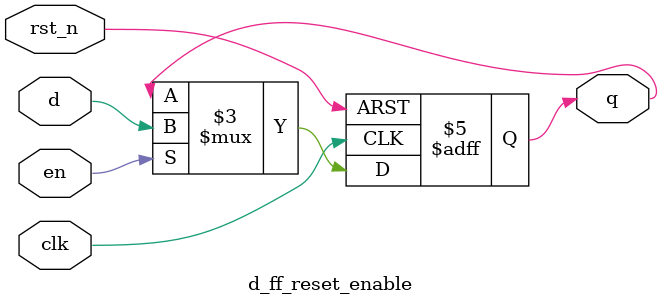
<source format=sv>
module d_ff_reset_enable (
    input wire clk,
    input wire rst_n,
    input wire en,
    input wire d,
    output reg q
);
    always @(posedge clk or negedge rst_n) begin
        if (!rst_n)
            q <= 1'b0;
        else if (en)
            q <= d;
    end
endmodule
</source>
